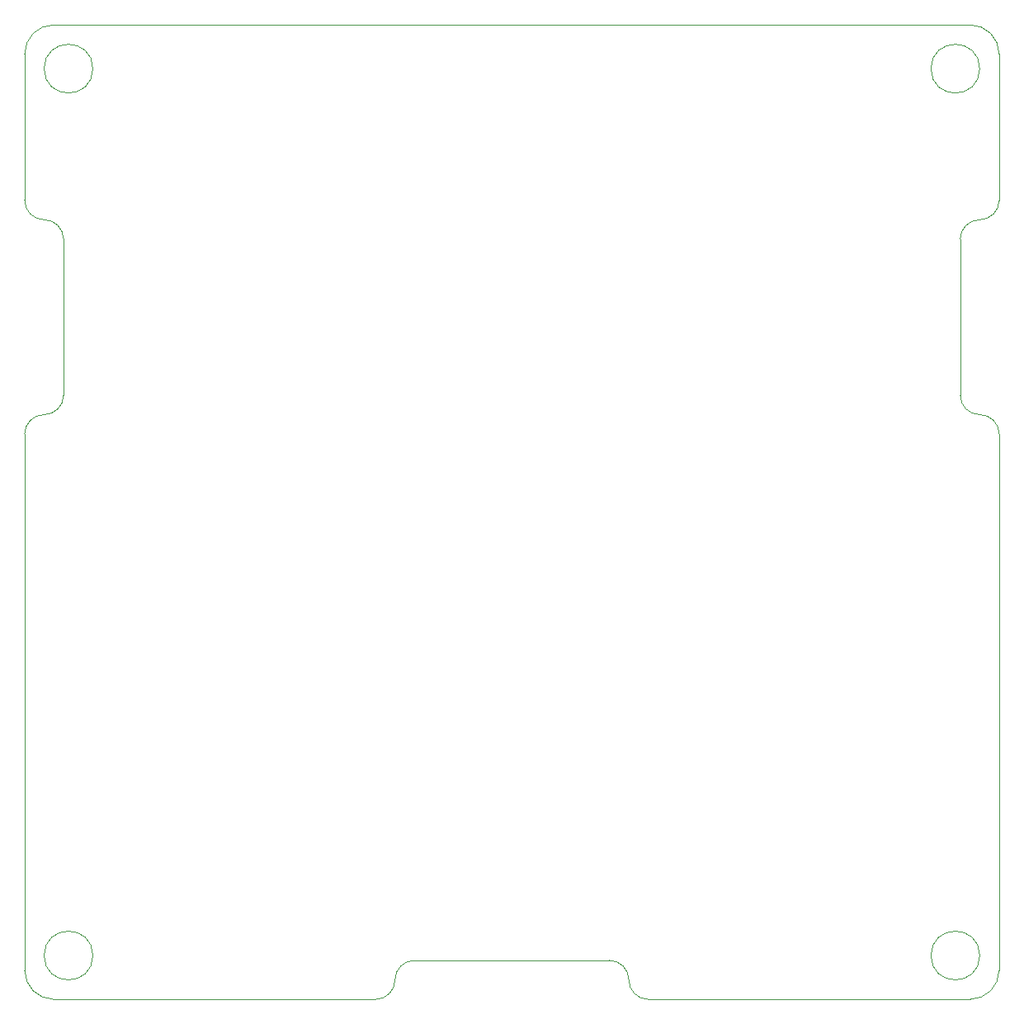
<source format=gbr>
%TF.GenerationSoftware,KiCad,Pcbnew,(5.1.5)-3*%
%TF.CreationDate,2020-05-13T22:14:54+03:00*%
%TF.ProjectId,dash-board,64617368-2d62-46f6-9172-642e6b696361,rev?*%
%TF.SameCoordinates,Original*%
%TF.FileFunction,Profile,NP*%
%FSLAX46Y46*%
G04 Gerber Fmt 4.6, Leading zero omitted, Abs format (unit mm)*
G04 Created by KiCad (PCBNEW (5.1.5)-3) date 2020-05-13 22:14:54*
%MOMM*%
%LPD*%
G04 APERTURE LIST*
%ADD10C,0.050000*%
G04 APERTURE END LIST*
D10*
X50000000Y-93000000D02*
X50000000Y-148000000D01*
X50000000Y-54000000D02*
X50000000Y-69000000D01*
X54000000Y-89000000D02*
G75*
G02X52000000Y-91000000I-2000000J0D01*
G01*
X50000000Y-93000000D02*
G75*
G02X52000000Y-91000000I2000000J0D01*
G01*
X54000000Y-89000000D02*
X54000000Y-73000000D01*
X54000000Y-73000000D02*
G75*
G03X52000000Y-71000000I-2000000J0D01*
G01*
X50000000Y-69000000D02*
G75*
G03X52000000Y-71000000I2000000J0D01*
G01*
X150000000Y-93000000D02*
X150000000Y-148000000D01*
X150000000Y-69000000D02*
X150000000Y-54000000D01*
X146000000Y-89000000D02*
G75*
G03X148000000Y-91000000I2000000J0D01*
G01*
X150000000Y-93000000D02*
G75*
G03X148000000Y-91000000I-2000000J0D01*
G01*
X150000000Y-69000000D02*
G75*
G02X148000000Y-71000000I-2000000J0D01*
G01*
X146000000Y-73000000D02*
G75*
G02X148000000Y-71000000I2000000J0D01*
G01*
X146000000Y-73000000D02*
X146000000Y-89000000D01*
X114000000Y-151000000D02*
X147000000Y-151000000D01*
X86000000Y-151000000D02*
X53000000Y-151000000D01*
X114000000Y-151000000D02*
G75*
G02X112000000Y-149000000I0J2000000D01*
G01*
X110000000Y-147000000D02*
G75*
G02X112000000Y-149000000I0J-2000000D01*
G01*
X88000000Y-149000000D02*
G75*
G02X86000000Y-151000000I-2000000J0D01*
G01*
X88000000Y-149000000D02*
G75*
G02X90000000Y-147000000I2000000J0D01*
G01*
X110000000Y-147000000D02*
X90000000Y-147000000D01*
X148000000Y-146500000D02*
G75*
G03X148000000Y-146500000I-2500000J0D01*
G01*
X150000000Y-148000000D02*
G75*
G02X147000000Y-151000000I-3000000J0D01*
G01*
X147000000Y-51000000D02*
G75*
G02X150000000Y-54000000I0J-3000000D01*
G01*
X50000000Y-54000000D02*
G75*
G02X53000000Y-51000000I3000000J0D01*
G01*
X148000000Y-55500000D02*
G75*
G03X148000000Y-55500000I-2500000J0D01*
G01*
X57000000Y-55500000D02*
G75*
G03X57000000Y-55500000I-2500000J0D01*
G01*
X53000000Y-151000000D02*
G75*
G02X50000000Y-148000000I0J3000000D01*
G01*
X57000000Y-146500000D02*
G75*
G03X57000000Y-146500000I-2500000J0D01*
G01*
X53000000Y-51000000D02*
X147000000Y-51000000D01*
M02*

</source>
